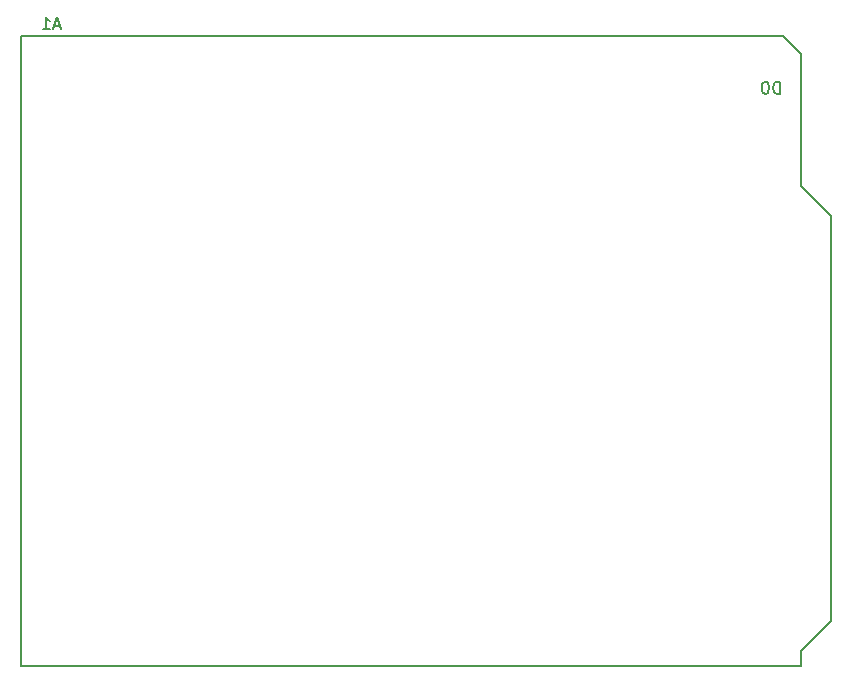
<source format=gbr>
%TF.GenerationSoftware,KiCad,Pcbnew,9.0.6*%
%TF.CreationDate,2026-02-21T20:52:03+01:00*%
%TF.ProjectId,MPC01,4d504330-312e-46b6-9963-61645f706362,V0.1*%
%TF.SameCoordinates,Original*%
%TF.FileFunction,Legend,Bot*%
%TF.FilePolarity,Positive*%
%FSLAX46Y46*%
G04 Gerber Fmt 4.6, Leading zero omitted, Abs format (unit mm)*
G04 Created by KiCad (PCBNEW 9.0.6) date 2026-02-21 20:52:03*
%MOMM*%
%LPD*%
G01*
G04 APERTURE LIST*
%ADD10C,0.150000*%
G04 APERTURE END LIST*
D10*
X83254285Y-45813104D02*
X82778095Y-45813104D01*
X83349523Y-46098819D02*
X83016190Y-45098819D01*
X83016190Y-45098819D02*
X82682857Y-46098819D01*
X81825714Y-46098819D02*
X82397142Y-46098819D01*
X82111428Y-46098819D02*
X82111428Y-45098819D01*
X82111428Y-45098819D02*
X82206666Y-45241676D01*
X82206666Y-45241676D02*
X82301904Y-45336914D01*
X82301904Y-45336914D02*
X82397142Y-45384533D01*
X144238094Y-51559819D02*
X144238094Y-50559819D01*
X144238094Y-50559819D02*
X143999999Y-50559819D01*
X143999999Y-50559819D02*
X143857142Y-50607438D01*
X143857142Y-50607438D02*
X143761904Y-50702676D01*
X143761904Y-50702676D02*
X143714285Y-50797914D01*
X143714285Y-50797914D02*
X143666666Y-50988390D01*
X143666666Y-50988390D02*
X143666666Y-51131247D01*
X143666666Y-51131247D02*
X143714285Y-51321723D01*
X143714285Y-51321723D02*
X143761904Y-51416961D01*
X143761904Y-51416961D02*
X143857142Y-51512200D01*
X143857142Y-51512200D02*
X143999999Y-51559819D01*
X143999999Y-51559819D02*
X144238094Y-51559819D01*
X143047618Y-50559819D02*
X142952380Y-50559819D01*
X142952380Y-50559819D02*
X142857142Y-50607438D01*
X142857142Y-50607438D02*
X142809523Y-50655057D01*
X142809523Y-50655057D02*
X142761904Y-50750295D01*
X142761904Y-50750295D02*
X142714285Y-50940771D01*
X142714285Y-50940771D02*
X142714285Y-51178866D01*
X142714285Y-51178866D02*
X142761904Y-51369342D01*
X142761904Y-51369342D02*
X142809523Y-51464580D01*
X142809523Y-51464580D02*
X142857142Y-51512200D01*
X142857142Y-51512200D02*
X142952380Y-51559819D01*
X142952380Y-51559819D02*
X143047618Y-51559819D01*
X143047618Y-51559819D02*
X143142856Y-51512200D01*
X143142856Y-51512200D02*
X143190475Y-51464580D01*
X143190475Y-51464580D02*
X143238094Y-51369342D01*
X143238094Y-51369342D02*
X143285713Y-51178866D01*
X143285713Y-51178866D02*
X143285713Y-50940771D01*
X143285713Y-50940771D02*
X143238094Y-50750295D01*
X143238094Y-50750295D02*
X143190475Y-50655057D01*
X143190475Y-50655057D02*
X143142856Y-50607438D01*
X143142856Y-50607438D02*
X143047618Y-50559819D01*
%TO.C,A1*%
X148580000Y-96190000D02*
X148580000Y-61900000D01*
X148580000Y-61900000D02*
X146040000Y-59360000D01*
X146040000Y-100000000D02*
X146040000Y-98730000D01*
X146040000Y-98730000D02*
X148580000Y-96190000D01*
X146040000Y-59360000D02*
X146040000Y-48184000D01*
X144516000Y-46660000D02*
X146040000Y-48184000D01*
X80000000Y-100000000D02*
X146040000Y-100000000D01*
X80000000Y-46660000D02*
X144516000Y-46660000D01*
X80000000Y-46660000D02*
X80000000Y-100000000D01*
%TD*%
M02*

</source>
